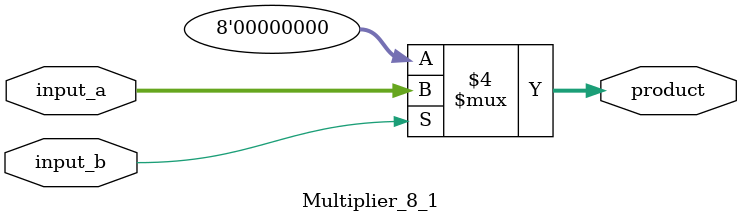
<source format=v>
module Multiplier_8_1 (
	input [7:0] input_a,
	input input_b,
	output reg [7:0] product
);
always @ (*)
begin
	if (input_b == 1'b1)
	begin
		product = input_a;
	end
	else
	begin
		product = 8'b0;
	end
end
endmodule
</source>
